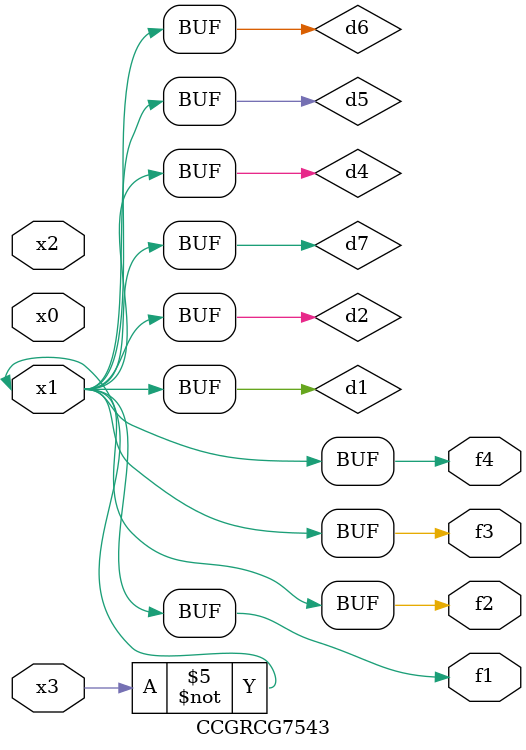
<source format=v>
module CCGRCG7543(
	input x0, x1, x2, x3,
	output f1, f2, f3, f4
);

	wire d1, d2, d3, d4, d5, d6, d7;

	not (d1, x3);
	buf (d2, x1);
	xnor (d3, d1, d2);
	nor (d4, d1);
	buf (d5, d1, d2);
	buf (d6, d4, d5);
	nand (d7, d4);
	assign f1 = d6;
	assign f2 = d7;
	assign f3 = d6;
	assign f4 = d6;
endmodule

</source>
